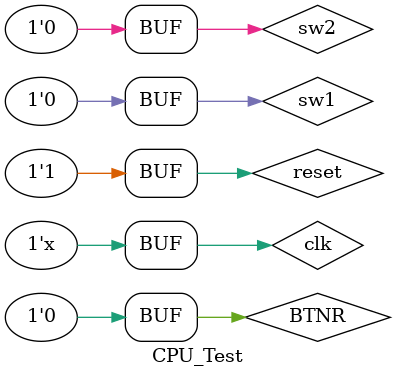
<source format=v>
`timescale 1ns / 1ps


module CPU_Test();

 reg BTNR;
 reg clk;
 reg reset;
 
 reg sw1; 
 reg sw2;

wire [7:0] G;
wire [7:0] discode;

SingleCPU Sim1(clk,BTNR,reset,sw1,sw2,G,discode);

initial begin
BTNR=0;
reset=0;
clk=1;
sw1=0;
sw2=0;

#50
reset=1;
end

always #50
clk=!clk;

endmodule

</source>
